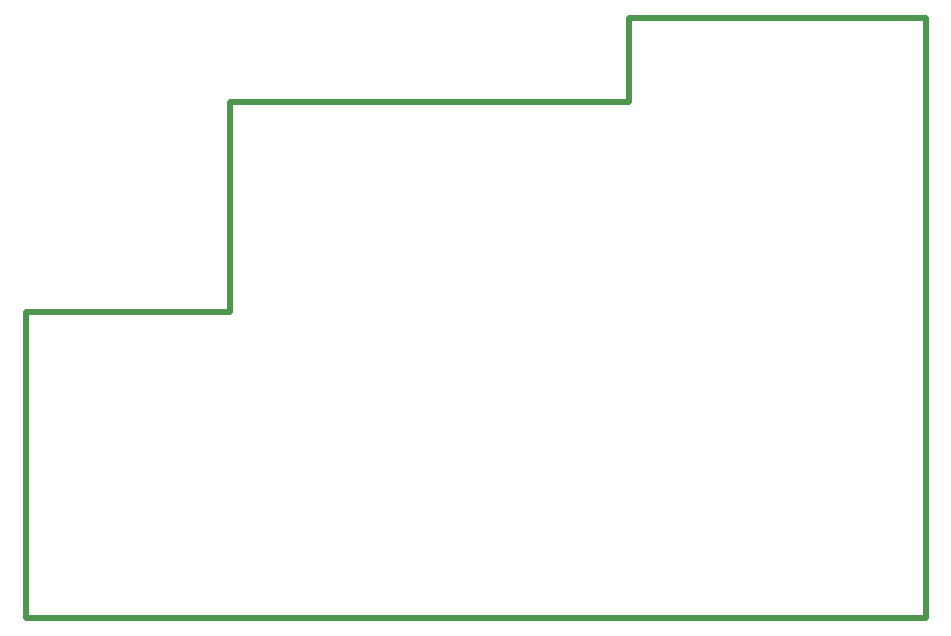
<source format=gko>
G04 Layer_Color=16711935*
%FSLAX25Y25*%
%MOIN*%
G70*
G01*
G75*
%ADD19C,0.02000*%
D19*
X0Y0D02*
Y102000D01*
X68000D01*
Y172000D01*
X201000D01*
Y200000D01*
X300000D01*
Y0D02*
Y200000D01*
X0Y0D02*
X300000D01*
M02*

</source>
